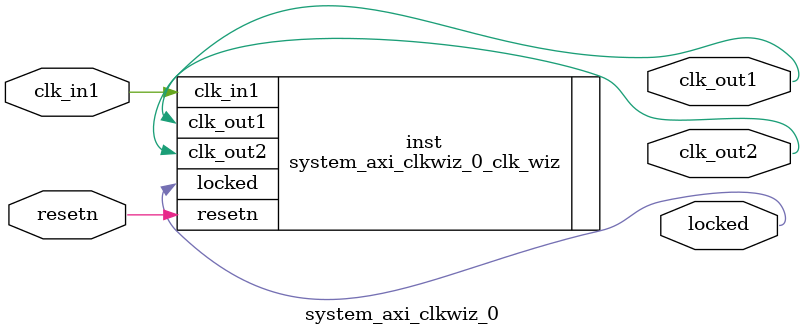
<source format=v>


`timescale 1ps/1ps

(* CORE_GENERATION_INFO = "system_axi_clkwiz_0,clk_wiz_v6_0_3_0_0,{component_name=system_axi_clkwiz_0,use_phase_alignment=true,use_min_o_jitter=false,use_max_i_jitter=false,use_dyn_phase_shift=false,use_inclk_switchover=false,use_dyn_reconfig=false,enable_axi=0,feedback_source=FDBK_AUTO,PRIMITIVE=MMCM,num_out_clk=2,clkin1_period=10.000,clkin2_period=10.000,use_power_down=false,use_reset=true,use_locked=true,use_inclk_stopped=false,feedback_type=SINGLE,CLOCK_MGR_TYPE=NA,manual_override=false}" *)

module system_axi_clkwiz_0 
 (
  // Clock out ports
  output        clk_out1,
  output        clk_out2,
  // Status and control signals
  input         resetn,
  output        locked,
 // Clock in ports
  input         clk_in1
 );

  system_axi_clkwiz_0_clk_wiz inst
  (
  // Clock out ports  
  .clk_out1(clk_out1),
  .clk_out2(clk_out2),
  // Status and control signals               
  .resetn(resetn), 
  .locked(locked),
 // Clock in ports
  .clk_in1(clk_in1)
  );

endmodule

</source>
